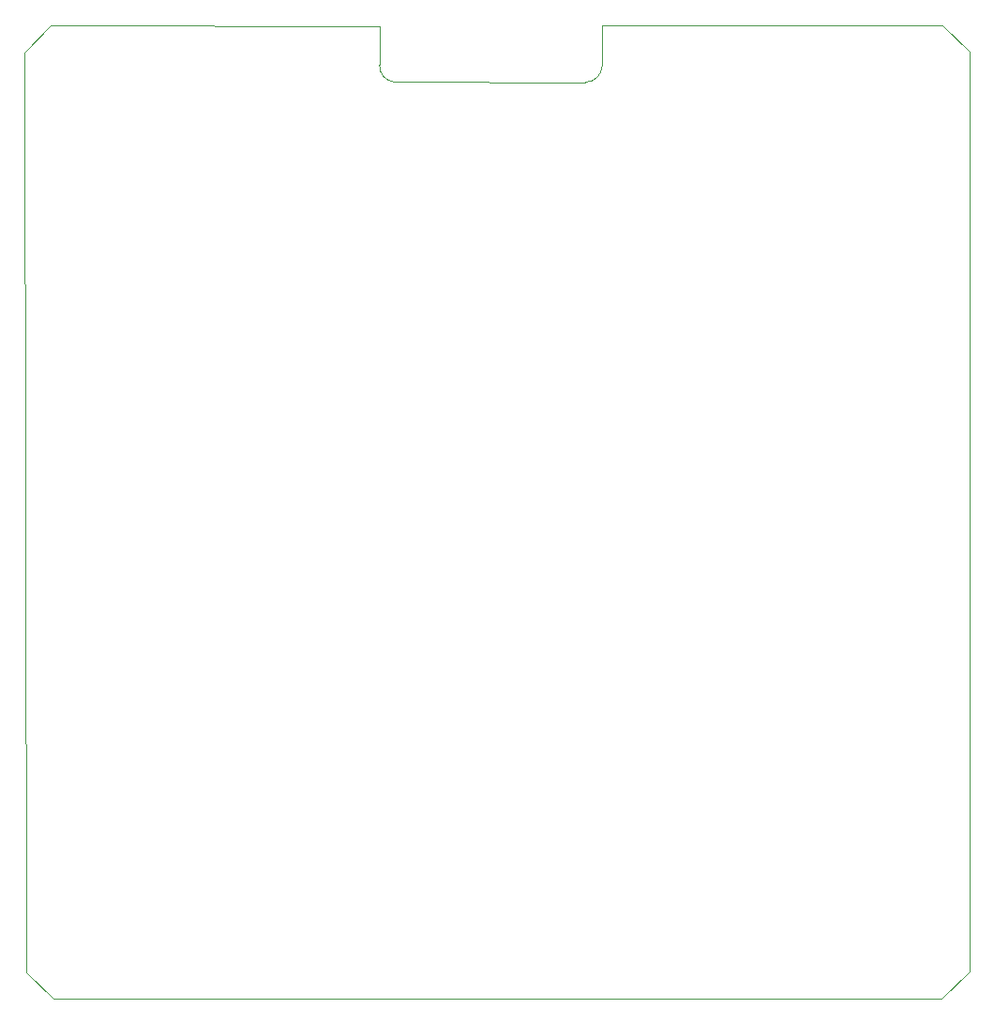
<source format=gbr>
%TF.GenerationSoftware,KiCad,Pcbnew,(6.0.7)*%
%TF.CreationDate,2023-01-31T14:53:13+03:00*%
%TF.ProjectId,Omarichet Sensor Shield 1.3,4f6d6172-6963-4686-9574-2053656e736f,rev?*%
%TF.SameCoordinates,Original*%
%TF.FileFunction,Profile,NP*%
%FSLAX46Y46*%
G04 Gerber Fmt 4.6, Leading zero omitted, Abs format (unit mm)*
G04 Created by KiCad (PCBNEW (6.0.7)) date 2023-01-31 14:53:13*
%MOMM*%
%LPD*%
G01*
G04 APERTURE LIST*
%TA.AperFunction,Profile*%
%ADD10C,0.100000*%
%TD*%
G04 APERTURE END LIST*
D10*
X137979995Y-65220000D02*
X137980000Y-61550000D01*
X137980000Y-61550000D02*
X168730000Y-61560000D01*
X117877136Y-65159884D02*
G75*
G03*
X119250000Y-66700000I1482864J-60116D01*
G01*
X171190000Y-146910000D02*
X168580000Y-149410000D01*
X85970000Y-147010000D02*
X85800000Y-64060000D01*
X168730000Y-61560000D02*
X171120000Y-63920000D01*
X117880000Y-61630000D02*
X88200000Y-61620000D01*
X136450000Y-66709728D02*
G75*
G03*
X137979995Y-65220000I30000J1499728D01*
G01*
X117877136Y-65159884D02*
X117880000Y-61630000D01*
X136450000Y-66709733D02*
X119250000Y-66700000D01*
X85800000Y-64060000D02*
X88200000Y-61620000D01*
X168580000Y-149410000D02*
X88410000Y-149420000D01*
X88410000Y-149420000D02*
X85970000Y-147010000D01*
X171120000Y-63920000D02*
X171190000Y-146910000D01*
M02*

</source>
